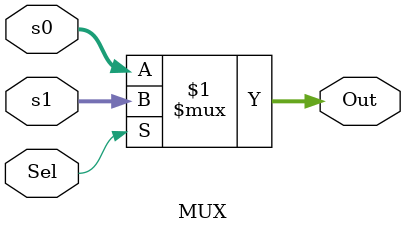
<source format=v>
module MUX(
    input Sel,
    input [31:0] s0, s1,
    output [31:0] Out
    );
    assign Out = Sel ? s1 : s0;
endmodule

</source>
